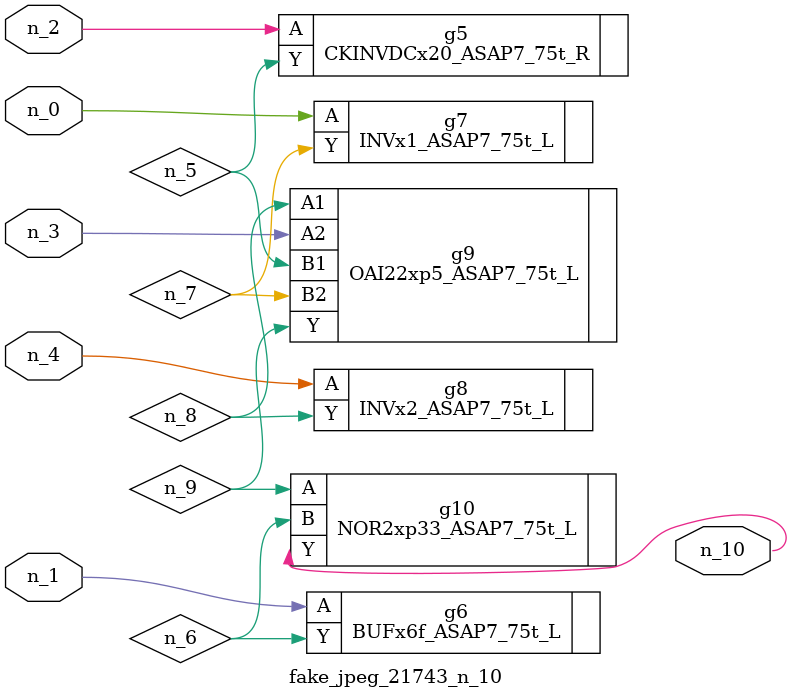
<source format=v>
module fake_jpeg_21743_n_10 (n_3, n_2, n_1, n_0, n_4, n_10);

input n_3;
input n_2;
input n_1;
input n_0;
input n_4;

output n_10;

wire n_8;
wire n_9;
wire n_6;
wire n_5;
wire n_7;

CKINVDCx20_ASAP7_75t_R g5 ( 
.A(n_2),
.Y(n_5)
);

BUFx6f_ASAP7_75t_L g6 ( 
.A(n_1),
.Y(n_6)
);

INVx1_ASAP7_75t_L g7 ( 
.A(n_0),
.Y(n_7)
);

INVx2_ASAP7_75t_L g8 ( 
.A(n_4),
.Y(n_8)
);

OAI22xp5_ASAP7_75t_L g9 ( 
.A1(n_8),
.A2(n_3),
.B1(n_5),
.B2(n_7),
.Y(n_9)
);

NOR2xp33_ASAP7_75t_L g10 ( 
.A(n_9),
.B(n_6),
.Y(n_10)
);


endmodule
</source>
